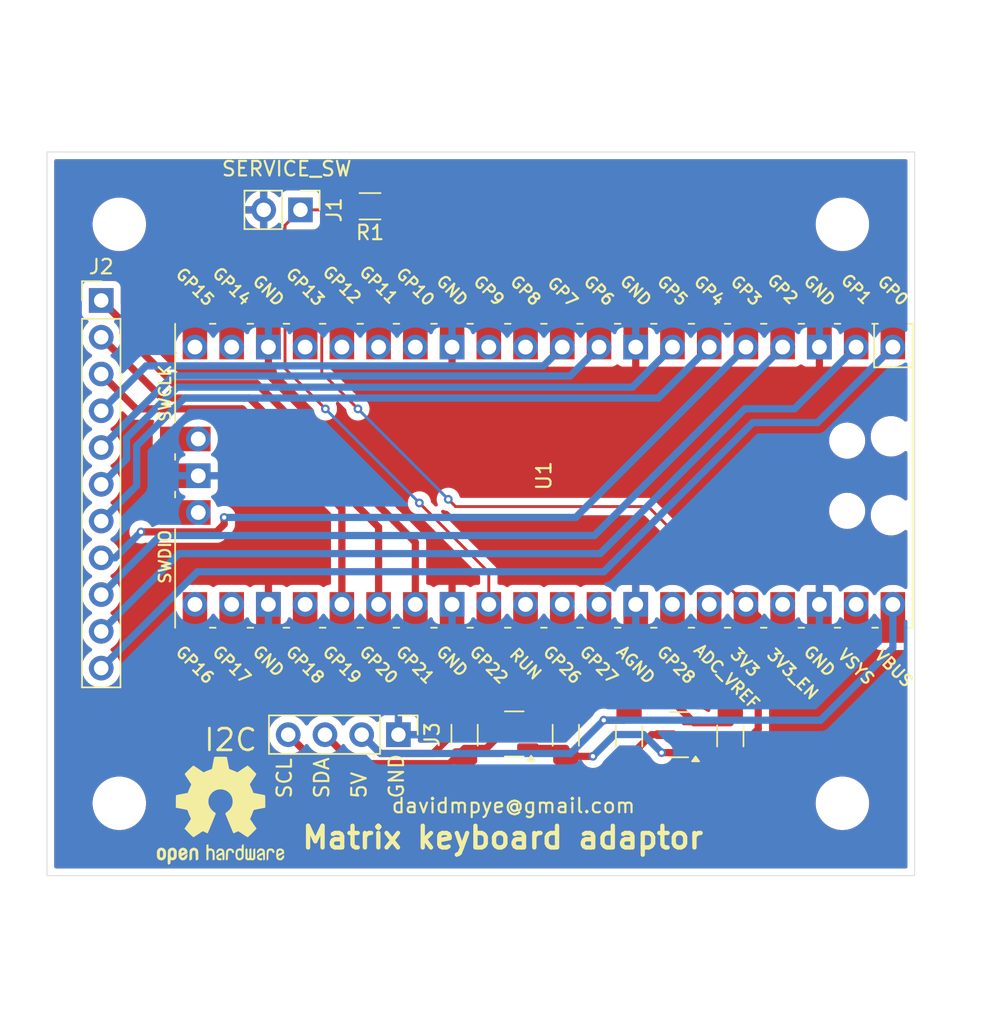
<source format=kicad_pcb>
(kicad_pcb (version 20240108) (generator "pcbnew") (generator_version "8.0")
  (layers (0 "F.Cu" signal) (31 "B.Cu" signal) (34 "B.Paste" user) (35 "F.Paste" user) (36 "B.SilkS" user "B.Silkscreen") (37 "F.SilkS" user "F.Silkscreen") (38 "B.Mask" user) (39 "F.Mask" user) (44 "Edge.Cuts" user))
  (net 0 "")
  (net 6 "SDA")
  (net 7 "Row3")
  (net 8 "Col0")
  (net 11 "Row4")
  (net 12 "Row0")
  (net 13 "Col2")
  (net 15 "Row2")
  (net 18 "Row1")
  (net 21 "SERVICE_SW")
  (net 25 "+3.3V")
  (net 26 "Row7")
  (net 28 "Col1")
  (net 29 "Row5")
  (net 31 "Row6")
  (net 33 "SCL")
  (net 34 "GND")
  (net 35 "+5V")
  (net 36 "SDA_5V")
  (net 37 "SCL_5V")
  (footprint "Package_TO_SOT_SMD:SOT-23" (layer "F.Cu") (at 112.3125 140.21 180)
    (property "Reference" "Q2" (hide yes))
    (property "Value" "BSS138")
    (pad "1" smd roundrect (at -0.9375 -0.95 180) (size 1.475 0.6) (layers "F.Cu" "F.Paste" "F.Mask") (net 25 "+3.3V"))
    (pad "2" smd roundrect (at -0.9375 0.95 180) (size 1.475 0.6) (layers "F.Cu" "F.Paste" "F.Mask") (net 6 "SDA"))
    (pad "3" smd roundrect (at 0.9375 0 180) (size 1.475 0.6) (layers "F.Cu" "F.Paste" "F.Mask") (net 36 "SDA_5V"))
  )
  (footprint "Resistor_SMD:R_1206_3216Metric" (layer "F.Cu") (at 120.25 140.3475 -90)
    (property "Reference" "R5" (hide yes))
    (property "Value" "R")
    (pad "1" smd roundrect (at -1.4625 0 270) (size 1.125 1.75) (layers "F.Cu" "F.Paste" "F.Mask") (roundrect_rratio 0.222222) (net 35 "+5V"))
    (pad "2" smd roundrect (at 1.4625 0 270) (size 1.125 1.75) (layers "F.Cu" "F.Paste" "F.Mask") (roundrect_rratio 0.222222) (net 37 "SCL_5V"))
  )
  (footprint "Resistor_SMD:R_1206_3216Metric" (layer "F.Cu") (at 102.3375 103.75 180)
    (property "Reference" "R1" (at 0 -1.82 180) (layer "F.SilkS"))
    (property "Value" "R")
    (pad "1" smd roundrect (at -1.4625 0 180) (size 1.125 1.75) (layers "F.Cu" "F.Paste" "F.Mask") (roundrect_rratio 0.222222) (net 25 "+3.3V"))
    (pad "2" smd roundrect (at 1.4625 0 180) (size 1.125 1.75) (layers "F.Cu" "F.Paste" "F.Mask") (roundrect_rratio 0.222222) (net 21 "SERVICE_SW"))
  )
  (footprint "MountingHole:MountingHole_3.2mm_M3_DIN965" (layer "F.Cu") (at 135 105)
    (property "Reference" "REF**" (hide yes))
    (property "Value" "MountingHole_3.2mm_M3_DIN965" (hide yes))
    (pad "" np_thru_hole circle (at 0 0) (size 3.2 3.2) (drill 3.2) (layers "*.Cu" "*.Mask"))
  )
  (footprint "MountingHole:MountingHole_3.2mm_M3_DIN965" (layer "F.Cu") (at 135 145)
    (property "Reference" "REF**" (hide yes))
    (property "Value" "MountingHole_3.2mm_M3_DIN965" (hide yes))
    (pad "" np_thru_hole circle (at 0 0) (size 3.2 3.2) (drill 3.2) (layers "*.Cu" "*.Mask"))
  )
  (footprint "MountingHole:MountingHole_3.2mm_M3_DIN965" (layer "F.Cu") (at 85 145)
    (property "Reference" "REF**" (hide yes))
    (property "Value" "MountingHole_3.2mm_M3_DIN965" (hide yes))
    (pad "" np_thru_hole circle (at 0 0) (size 3.2 3.2) (drill 3.2) (layers "*.Cu" "*.Mask"))
  )
  (footprint "Symbol:OSHW-Logo2_9.8x8mm_SilkScreen" (layer "F.Cu") (at 92 145.5)
    (property "Reference" "REF**" (hide yes))
    (property "Value" "OSHW-Logo2_9.8x8mm_SilkScreen" (hide yes))
  )
  (footprint "Pi:RPi_Pico_SMD_TH" (layer "F.Cu") (at 114.36 122.37 -90)
    (property "Reference" "U1" (at 0 0 90) (layer "F.SilkS"))
    (property "Value" "Pico")
    (fp_text user "SWCLK" (at -5.7 26.2 90) (layer "F.SilkS") (effects (font (size 0.8 0.8))))
    (fp_text user "3V3" (at 12.9 -13.9 135) (layer "F.SilkS") (effects (font (size 0.8 0.8))))
    (fp_text user "GP0" (at -12.8 -24.13 135) (layer "F.SilkS") (effects (font (size 0.8 0.8))))
    (fp_text user "GP4" (at -12.8 -11.43 135) (layer "F.SilkS") (effects (font (size 0.8 0.8))))
    (fp_text user "3V3_EN" (at 13.7 -17.2 135) (layer "F.SilkS") (effects (font (size 0.8 0.8))))
    (fp_text user "GND" (at 12.8 -19.05 135) (layer "F.SilkS") (effects (font (size 0.8 0.8))))
    (fp_text user "VBUS" (at 13.3 -24.2 135) (layer "F.SilkS") (effects (font (size 0.8 0.8))))
    (fp_text user "ADC_VREF" (at 13.88 -12.64 135) (layer "F.SilkS") (effects (font (size 0.8 0.8))))
    (fp_text user "RUN" (at 13 1.27 135) (layer "F.SilkS") (effects (font (size 0.8 0.8))))
    (fp_text user "GP18" (at 13.054 16.51 135) (layer "F.SilkS") (effects (font (size 0.8 0.8))))
    (fp_text user "GND" (at 12.8 19.05 135) (layer "F.SilkS") (effects (font (size 0.8 0.8))))
    (fp_text user "AGND" (at 13.054 -6.35 135) (layer "F.SilkS") (effects (font (size 0.8 0.8))))
    (fp_text user "GP19" (at 13.054 13.97 135) (layer "F.SilkS") (effects (font (size 0.8 0.8))))
    (fp_text user "GP14" (at -13.1 21.59 135) (layer "F.SilkS") (effects (font (size 0.8 0.8))))
    (fp_text user "GP6" (at -12.8 -3.81 135) (layer "F.SilkS") (effects (font (size 0.8 0.8))))
    (fp_text user "GP11" (at -13.2 11.43 135) (layer "F.SilkS") (effects (font (size 0.8 0.8))))
    (fp_text user "GP9" (at -12.8 3.81 135) (layer "F.SilkS") (effects (font (size 0.8 0.8))))
    (fp_text user "GP26" (at 13.054 -1.27 135) (layer "F.SilkS") (effects (font (size 0.8 0.8))))
    (fp_text user "GP7" (at -12.7 -1.3 135) (layer "F.SilkS") (effects (font (size 0.8 0.8))))
    (fp_text user "GP16" (at 13.054 24.13 135) (layer "F.SilkS") (effects (font (size 0.8 0.8))))
    (fp_text user "GND" (at -12.8 6.35 135) (layer "F.SilkS") (effects (font (size 0.8 0.8))))
    (fp_text user "GND" (at -12.8 -6.35 135) (layer "F.SilkS") (effects (font (size 0.8 0.8))))
    (fp_text user "SWDIO" (at 5.6 26.2 90) (layer "F.SilkS") (effects (font (size 0.8 0.8))))
    (fp_text user "GP20" (at 13.054 11.43 135) (layer "F.SilkS") (effects (font (size 0.8 0.8))))
    (fp_text user "GP8" (at -12.8 1.27 135) (layer "F.SilkS") (effects (font (size 0.8 0.8))))
    (fp_text user "GP15" (at -13.054 24.13 135) (layer "F.SilkS") (effects (font (size 0.8 0.8))))
    (fp_text user "GND" (at -12.8 19.05 135) (layer "F.SilkS") (effects (font (size 0.8 0.8))))
    (fp_text user "GP2" (at -12.9 -16.51 135) (layer "F.SilkS") (effects (font (size 0.8 0.8))))
    (fp_text user "GP21" (at 13.054 8.9 135) (layer "F.SilkS") (effects (font (size 0.8 0.8))))
    (fp_text user "VSYS" (at 13.2 -21.59 135) (layer "F.SilkS") (effects (font (size 0.8 0.8))))
    (fp_text user "GP5" (at -12.8 -8.89 135) (layer "F.SilkS") (effects (font (size 0.8 0.8))))
    (fp_text user "GP27" (at 13.054 -3.8 135) (layer "F.SilkS") (effects (font (size 0.8 0.8))))
    (fp_text user "GND" (at -12.8 -19.05 135) (layer "F.SilkS") (effects (font (size 0.8 0.8))))
    (fp_text user "GP17" (at 13.054 21.59 135) (layer "F.SilkS") (effects (font (size 0.8 0.8))))
    (fp_text user "GP13" (at -13.054 16.51 135) (layer "F.SilkS") (effects (font (size 0.8 0.8))))
    (fp_text user "GP22" (at 13.054 3.81 135) (layer "F.SilkS") (effects (font (size 0.8 0.8))))
    (fp_text user "GP1" (at -12.9 -21.6 135) (layer "F.SilkS") (effects (font (size 0.8 0.8))))
    (fp_text user "GP3" (at -12.8 -13.97 135) (layer "F.SilkS") (effects (font (size 0.8 0.8))))
    (fp_text user "GP12" (at -13.2 13.97 135) (layer "F.SilkS") (effects (font (size 0.8 0.8))))
    (fp_text user "GND" (at 12.8 6.35 135) (layer "F.SilkS") (effects (font (size 0.8 0.8))))
    (fp_text user "GP28" (at 13.054 -9.144 135) (layer "F.SilkS") (effects (font (size 0.8 0.8))))
    (fp_text user "GP10" (at -13.054 8.89 135) (layer "F.SilkS") (effects (font (size 0.8 0.8))))
    (pad "" np_thru_hole oval (at -2.725 -24 270) (size 1.8 1.8) (drill 1.8) (layers "*.Cu" "*.Mask"))
    (pad "" np_thru_hole oval (at -2.425 -20.97 270) (size 1.5 1.5) (drill 1.5) (layers "*.Cu" "*.Mask"))
    (pad "" np_thru_hole oval (at 2.425 -20.97 270) (size 1.5 1.5) (drill 1.5) (layers "*.Cu" "*.Mask"))
    (pad "" np_thru_hole oval (at 2.725 -24 270) (size 1.8 1.8) (drill 1.8) (layers "*.Cu" "*.Mask"))
    (pad "1" thru_hole oval (at -8.89 -24.13 270) (size 1.7 1.7) (drill 1.02) (layers "*.Cu" "*.Mask") (net 12 "Row0"))
    (pad "1" smd rect (at -8.89 -24.13 270) (size 3.5 1.7) (drill (offset -0.9 0)) (layers "F.Cu" "F.Mask") (net 12 "Row0"))
    (pad "2" thru_hole oval (at -8.89 -21.59 270) (size 1.7 1.7) (drill 1.02) (layers "*.Cu" "*.Mask") (net 18 "Row1"))
    (pad "2" smd rect (at -8.89 -21.59 270) (size 3.5 1.7) (drill (offset -0.9 0)) (layers "F.Cu" "F.Mask") (net 18 "Row1"))
    (pad "3" thru_hole rect (at -8.89 -19.05 270) (size 1.7 1.7) (drill 1.02) (layers "*.Cu" "*.Mask") (net 34 "GND"))
    (pad "3" smd rect (at -8.89 -19.05 270) (size 3.5 1.7) (drill (offset -0.9 0)) (layers "F.Cu" "F.Mask") (net 34 "GND"))
    (pad "4" thru_hole oval (at -8.89 -16.51 270) (size 1.7 1.7) (drill 1.02) (layers "*.Cu" "*.Mask") (net 15 "Row2"))
    (pad "4" smd rect (at -8.89 -16.51 270) (size 3.5 1.7) (drill (offset -0.9 0)) (layers "F.Cu" "F.Mask") (net 15 "Row2"))
    (pad "5" thru_hole oval (at -8.89 -13.97 270) (size 1.7 1.7) (drill 1.02) (layers "*.Cu" "*.Mask") (net 7 "Row3"))
    (pad "5" smd rect (at -8.89 -13.97 270) (size 3.5 1.7) (drill (offset -0.9 0)) (layers "F.Cu" "F.Mask") (net 7 "Row3"))
    (pad "6" thru_hole oval (at -8.89 -11.43 270) (size 1.7 1.7) (drill 1.02) (layers "*.Cu" "*.Mask") (net 11 "Row4"))
    (pad "6" smd rect (at -8.89 -11.43 270) (size 3.5 1.7) (drill (offset -0.9 0)) (layers "F.Cu" "F.Mask") (net 11 "Row4"))
    (pad "7" thru_hole oval (at -8.89 -8.89 270) (size 1.7 1.7) (drill 1.02) (layers "*.Cu" "*.Mask") (net 29 "Row5"))
    (pad "7" smd rect (at -8.89 -8.89 270) (size 3.5 1.7) (drill (offset -0.9 0)) (layers "F.Cu" "F.Mask") (net 29 "Row5"))
    (pad "8" thru_hole rect (at -8.89 -6.35 270) (size 1.7 1.7) (drill 1.02) (layers "*.Cu" "*.Mask") (net 34 "GND"))
    (pad "8" smd rect (at -8.89 -6.35 270) (size 3.5 1.7) (drill (offset -0.9 0)) (layers "F.Cu" "F.Mask") (net 34 "GND"))
    (pad "9" thru_hole oval (at -8.89 -3.81 270) (size 1.7 1.7) (drill 1.02) (layers "*.Cu" "*.Mask") (net 31 "Row6"))
    (pad "9" smd rect (at -8.89 -3.81 270) (size 3.5 1.7) (drill (offset -0.9 0)) (layers "F.Cu" "F.Mask") (net 31 "Row6"))
    (pad "10" thru_hole oval (at -8.89 -1.27 270) (size 1.7 1.7) (drill 1.02) (layers "*.Cu" "*.Mask") (net 26 "Row7"))
    (pad "10" smd rect (at -8.89 -1.27 270) (size 3.5 1.7) (drill (offset -0.9 0)) (layers "F.Cu" "F.Mask") (net 26 "Row7"))
    (pad "11" thru_hole oval (at -8.89 1.27 270) (size 1.7 1.7) (drill 1.02) (layers "*.Cu" "*.Mask"))
    (pad "11" smd rect (at -8.89 1.27 270) (size 3.5 1.7) (drill (offset -0.9 0)) (layers "F.Cu" "F.Mask"))
    (pad "12" thru_hole oval (at -8.89 3.81 270) (size 1.7 1.7) (drill 1.02) (layers "*.Cu" "*.Mask"))
    (pad "12" smd rect (at -8.89 3.81 270) (size 3.5 1.7) (drill (offset -0.9 0)) (layers "F.Cu" "F.Mask"))
    (pad "13" thru_hole rect (at -8.89 6.35 270) (size 1.7 1.7) (drill 1.02) (layers "*.Cu" "*.Mask") (net 34 "GND"))
    (pad "13" smd rect (at -8.89 6.35 270) (size 3.5 1.7) (drill (offset -0.9 0)) (layers "F.Cu" "F.Mask") (net 34 "GND"))
    (pad "14" thru_hole oval (at -8.89 8.89 270) (size 1.7 1.7) (drill 1.02) (layers "*.Cu" "*.Mask"))
    (pad "14" smd rect (at -8.89 8.89 270) (size 3.5 1.7) (drill (offset -0.9 0)) (layers "F.Cu" "F.Mask"))
    (pad "15" thru_hole oval (at -8.89 11.43 270) (size 1.7 1.7) (drill 1.02) (layers "*.Cu" "*.Mask"))
    (pad "15" smd rect (at -8.89 11.43 270) (size 3.5 1.7) (drill (offset -0.9 0)) (layers "F.Cu" "F.Mask"))
    (pad "16" thru_hole oval (at -8.89 13.97 270) (size 1.7 1.7) (drill 1.02) (layers "*.Cu" "*.Mask"))
    (pad "16" smd rect (at -8.89 13.97 270) (size 3.5 1.7) (drill (offset -0.9 0)) (layers "F.Cu" "F.Mask"))
    (pad "17" thru_hole oval (at -8.89 16.51 270) (size 1.7 1.7) (drill 1.02) (layers "*.Cu" "*.Mask"))
    (pad "17" smd rect (at -8.89 16.51 270) (size 3.5 1.7) (drill (offset -0.9 0)) (layers "F.Cu" "F.Mask"))
    (pad "18" thru_hole rect (at -8.89 19.05 270) (size 1.7 1.7) (drill 1.02) (layers "*.Cu" "*.Mask") (net 34 "GND"))
    (pad "18" smd rect (at -8.89 19.05 270) (size 3.5 1.7) (drill (offset -0.9 0)) (layers "F.Cu" "F.Mask") (net 34 "GND"))
    (pad "19" thru_hole oval (at -8.89 21.59 270) (size 1.7 1.7) (drill 1.02) (layers "*.Cu" "*.Mask"))
    (pad "19" smd rect (at -8.89 21.59 270) (size 3.5 1.7) (drill (offset -0.9 0)) (layers "F.Cu" "F.Mask"))
    (pad "20" thru_hole oval (at -8.89 24.13 270) (size 1.7 1.7) (drill 1.02) (layers "*.Cu" "*.Mask"))
    (pad "20" smd rect (at -8.89 24.13 270) (size 3.5 1.7) (drill (offset -0.9 0)) (layers "F.Cu" "F.Mask"))
    (pad "21" thru_hole oval (at 8.89 24.13 270) (size 1.7 1.7) (drill 1.02) (layers "*.Cu" "*.Mask") (net 6 "SDA"))
    (pad "21" smd rect (at 8.89 24.13 270) (size 3.5 1.7) (drill (offset 0.9 0)) (layers "F.Cu" "F.Mask") (net 6 "SDA"))
    (pad "22" thru_hole oval (at 8.89 21.59 270) (size 1.7 1.7) (drill 1.02) (layers "*.Cu" "*.Mask") (net 33 "SCL"))
    (pad "22" smd rect (at 8.89 21.59 270) (size 3.5 1.7) (drill (offset 0.9 0)) (layers "F.Cu" "F.Mask") (net 33 "SCL"))
    (pad "23" thru_hole rect (at 8.89 19.05 270) (size 1.7 1.7) (drill 1.02) (layers "*.Cu" "*.Mask") (net 34 "GND"))
    (pad "23" smd rect (at 8.89 19.05 270) (size 3.5 1.7) (drill (offset 0.9 0)) (layers "F.Cu" "F.Mask") (net 34 "GND"))
    (pad "24" thru_hole oval (at 8.89 16.51 270) (size 1.7 1.7) (drill 1.02) (layers "*.Cu" "*.Mask"))
    (pad "24" smd rect (at 8.89 16.51 270) (size 3.5 1.7) (drill (offset 0.9 0)) (layers "F.Cu" "F.Mask"))
    (pad "25" thru_hole oval (at 8.89 13.97 270) (size 1.7 1.7) (drill 1.02) (layers "*.Cu" "*.Mask") (net 8 "Col0"))
    (pad "25" smd rect (at 8.89 13.97 270) (size 3.5 1.7) (drill (offset 0.9 0)) (layers "F.Cu" "F.Mask") (net 8 "Col0"))
    (pad "26" thru_hole oval (at 8.89 11.43 270) (size 1.7 1.7) (drill 1.02) (layers "*.Cu" "*.Mask") (net 28 "Col1"))
    (pad "26" smd rect (at 8.89 11.43 270) (size 3.5 1.7) (drill (offset 0.9 0)) (layers "F.Cu" "F.Mask") (net 28 "Col1"))
    (pad "27" thru_hole oval (at 8.89 8.89 270) (size 1.7 1.7) (drill 1.02) (layers "*.Cu" "*.Mask") (net 13 "Col2"))
    (pad "27" smd rect (at 8.89 8.89 270) (size 3.5 1.7) (drill (offset 0.9 0)) (layers "F.Cu" "F.Mask") (net 13 "Col2"))
    (pad "28" thru_hole rect (at 8.89 6.35 270) (size 1.7 1.7) (drill 1.02) (layers "*.Cu" "*.Mask") (net 34 "GND"))
    (pad "28" smd rect (at 8.89 6.35 270) (size 3.5 1.7) (drill (offset 0.9 0)) (layers "F.Cu" "F.Mask") (net 34 "GND"))
    (pad "29" thru_hole oval (at 8.89 3.81 270) (size 1.7 1.7) (drill 1.02) (layers "*.Cu" "*.Mask") (net 21 "SERVICE_SW"))
    (pad "29" smd rect (at 8.89 3.81 270) (size 3.5 1.7) (drill (offset 0.9 0)) (layers "F.Cu" "F.Mask") (net 21 "SERVICE_SW"))
    (pad "30" thru_hole oval (at 8.89 1.27 270) (size 1.7 1.7) (drill 1.02) (layers "*.Cu" "*.Mask"))
    (pad "30" smd rect (at 8.89 1.27 270) (size 3.5 1.7) (drill (offset 0.9 0)) (layers "F.Cu" "F.Mask"))
    (pad "31" thru_hole oval (at 8.89 -1.27 270) (size 1.7 1.7) (drill 1.02) (layers "*.Cu" "*.Mask"))
    (pad "31" smd rect (at 8.89 -1.27 270) (size 3.5 1.7) (drill (offset 0.9 0)) (layers "F.Cu" "F.Mask"))
    (pad "32" thru_hole oval (at 8.89 -3.81 270) (size 1.7 1.7) (drill 1.02) (layers "*.Cu" "*.Mask"))
    (pad "32" smd rect (at 8.89 -3.81 270) (size 3.5 1.7) (drill (offset 0.9 0)) (layers "F.Cu" "F.Mask"))
    (pad "33" thru_hole rect (at 8.89 -6.35 270) (size 1.7 1.7) (drill 1.02) (layers "*.Cu" "*.Mask") (net 34 "GND"))
    (pad "33" smd rect (at 8.89 -6.35 270) (size 3.5 1.7) (drill (offset 0.9 0)) (layers "F.Cu" "F.Mask") (net 34 "GND"))
    (pad "34" thru_hole oval (at 8.89 -8.89 270) (size 1.7 1.7) (drill 1.02) (layers "*.Cu" "*.Mask"))
    (pad "34" smd rect (at 8.89 -8.89 270) (size 3.5 1.7) (drill (offset 0.9 0)) (layers "F.Cu" "F.Mask"))
    (pad "35" thru_hole oval (at 8.89 -11.43 270) (size 1.7 1.7) (drill 1.02) (layers "*.Cu" "*.Mask"))
    (pad "35" smd rect (at 8.89 -11.43 270) (size 3.5 1.7) (drill (offset 0.9 0)) (layers "F.Cu" "F.Mask"))
    (pad "36" thru_hole oval (at 8.89 -13.97 270) (size 1.7 1.7) (drill 1.02) (layers "*.Cu" "*.Mask") (net 25 "+3.3V"))
    (pad "36" smd rect (at 8.89 -13.97 270) (size 3.5 1.7) (drill (offset 0.9 0)) (layers "F.Cu" "F.Mask") (net 25 "+3.3V"))
    (pad "37" thru_hole oval (at 8.89 -16.51 270) (size 1.7 1.7) (drill 1.02) (layers "*.Cu" "*.Mask"))
    (pad "37" smd rect (at 8.89 -16.51 270) (size 3.5 1.7) (drill (offset 0.9 0)) (layers "F.Cu" "F.Mask"))
    (pad "38" thru_hole rect (at 8.89 -19.05 270) (size 1.7 1.7) (drill 1.02) (layers "*.Cu" "*.Mask") (net 34 "GND"))
    (pad "38" smd rect (at 8.89 -19.05 270) (size 3.5 1.7) (drill (offset 0.9 0)) (layers "F.Cu" "F.Mask") (net 34 "GND"))
    (pad "39" thru_hole oval (at 8.89 -21.59 270) (size 1.7 1.7) (drill 1.02) (layers "*.Cu" "*.Mask"))
    (pad "39" smd rect (at 8.89 -21.59 270) (size 3.5 1.7) (drill (offset 0.9 0)) (layers "F.Cu" "F.Mask"))
    (pad "40" thru_hole oval (at 8.89 -24.13 270) (size 1.7 1.7) (drill 1.02) (layers "*.Cu" "*.Mask") (net 35 "+5V"))
    (pad "40" smd rect (at 8.89 -24.13 270) (size 3.5 1.7) (drill (offset 0.9 0)) (layers "F.Cu" "F.Mask") (net 35 "+5V"))
    (pad "41" thru_hole oval (at -2.54 23.9 270) (size 1.7 1.7) (drill 1.02) (layers "*.Cu" "*.Mask"))
    (pad "41" smd rect (at -2.54 23.9) (size 3.5 1.7) (drill (offset -0.9 0)) (layers "F.Cu" "F.Mask"))
    (pad "42" thru_hole rect (at 0 23.9 270) (size 1.7 1.7) (drill 1.02) (layers "*.Cu" "*.Mask") (net 34 "GND"))
    (pad "42" smd rect (at 0 23.9) (size 3.5 1.7) (drill (offset -0.9 0)) (layers "F.Cu" "F.Mask") (net 34 "GND"))
    (pad "43" thru_hole oval (at 2.54 23.9 270) (size 1.7 1.7) (drill 1.02) (layers "*.Cu" "*.Mask"))
    (pad "43" smd rect (at 2.54 23.9) (size 3.5 1.7) (drill (offset -0.9 0)) (layers "F.Cu" "F.Mask"))
  )
  (footprint "Connector_PinHeader_2.54mm:PinHeader_1x11_P2.54mm_Vertical" (layer "F.Cu") (at 83.75 110.26)
    (property "Reference" "J2" (at 0 -2.33 0) (layer "F.SilkS"))
    (property "Value" "Conn_01x11")
    (pad "1" thru_hole rect (at 0 0) (size 1.7 1.7) (drill 1) (layers "*.Cu" "*.Mask") (net 13 "Col2"))
    (pad "2" thru_hole oval (at 0 2.54) (size 1.7 1.7) (drill 1) (layers "*.Cu" "*.Mask") (net 28 "Col1"))
    (pad "3" thru_hole oval (at 0 5.08) (size 1.7 1.7) (drill 1) (layers "*.Cu" "*.Mask") (net 8 "Col0"))
    (pad "4" thru_hole oval (at 0 7.62) (size 1.7 1.7) (drill 1) (layers "*.Cu" "*.Mask") (net 26 "Row7"))
    (pad "5" thru_hole oval (at 0 10.16) (size 1.7 1.7) (drill 1) (layers "*.Cu" "*.Mask") (net 31 "Row6"))
    (pad "6" thru_hole oval (at 0 12.7) (size 1.7 1.7) (drill 1) (layers "*.Cu" "*.Mask") (net 29 "Row5"))
    (pad "7" thru_hole oval (at 0 15.24) (size 1.7 1.7) (drill 1) (layers "*.Cu" "*.Mask") (net 11 "Row4"))
    (pad "8" thru_hole oval (at 0 17.78) (size 1.7 1.7) (drill 1) (layers "*.Cu" "*.Mask") (net 7 "Row3"))
    (pad "9" thru_hole oval (at 0 20.32) (size 1.7 1.7) (drill 1) (layers "*.Cu" "*.Mask") (net 15 "Row2"))
    (pad "10" thru_hole oval (at 0 22.86) (size 1.7 1.7) (drill 1) (layers "*.Cu" "*.Mask") (net 18 "Row1"))
    (pad "11" thru_hole oval (at 0 25.4) (size 1.7 1.7) (drill 1) (layers "*.Cu" "*.Mask") (net 12 "Row0"))
  )
  (footprint "Resistor_SMD:R_1206_3216Metric" (layer "F.Cu") (at 108.875 140.2975 -90)
    (property "Reference" "R7" (hide yes))
    (property "Value" "R")
    (pad "1" smd roundrect (at -1.4625 0 270) (size 1.125 1.75) (layers "F.Cu" "F.Paste" "F.Mask") (roundrect_rratio 0.222222) (net 35 "+5V"))
    (pad "2" smd roundrect (at 1.4625 0 270) (size 1.125 1.75) (layers "F.Cu" "F.Paste" "F.Mask") (roundrect_rratio 0.222222) (net 36 "SDA_5V"))
  )
  (footprint "Package_TO_SOT_SMD:SOT-23" (layer "F.Cu") (at 123.6875 140.26 180)
    (property "Reference" "Q1" (hide yes))
    (property "Value" "BSS138")
    (pad "1" smd roundrect (at -0.9375 -0.95 180) (size 1.475 0.6) (layers "F.Cu" "F.Paste" "F.Mask") (net 25 "+3.3V"))
    (pad "2" smd roundrect (at -0.9375 0.95 180) (size 1.475 0.6) (layers "F.Cu" "F.Paste" "F.Mask") (net 33 "SCL"))
    (pad "3" smd roundrect (at 0.9375 0 180) (size 1.475 0.6) (layers "F.Cu" "F.Paste" "F.Mask") (net 37 "SCL_5V"))
  )
  (footprint "Connector_PinHeader_2.54mm:PinHeader_1x04_P2.54mm_Vertical" (layer "F.Cu") (at 104.3 140.26 -90)
    (property "Reference" "J3" (at 0 -2.33 90) (layer "F.SilkS"))
    (property "Value" "Conn_01x04_Pin")
    (pad "1" thru_hole rect (at 0 0 270) (size 1.7 1.7) (drill 1) (layers "*.Cu" "*.Mask") (net 34 "GND"))
    (pad "2" thru_hole oval (at 0 2.54 270) (size 1.7 1.7) (drill 1) (layers "*.Cu" "*.Mask") (net 35 "+5V"))
    (pad "3" thru_hole oval (at 0 5.08 270) (size 1.7 1.7) (drill 1) (layers "*.Cu" "*.Mask") (net 36 "SDA_5V"))
    (pad "4" thru_hole oval (at 0 7.62 270) (size 1.7 1.7) (drill 1) (layers "*.Cu" "*.Mask") (net 37 "SCL_5V"))
  )
  (footprint "Connector_PinHeader_2.54mm:PinHeader_1x02_P2.54mm_Vertical" (layer "F.Cu") (at 97.525 104 -90)
    (property "Reference" "J1" (at 0 -2.33 90) (layer "F.SilkS"))
    (property "Value" "ServiceSwitch" (hide yes))
    (pad "1" thru_hole rect (at 0 0 270) (size 1.7 1.7) (drill 1) (layers "*.Cu" "*.Mask") (net 21 "SERVICE_SW"))
    (pad "2" thru_hole oval (at 0 2.54 270) (size 1.7 1.7) (drill 1) (layers "*.Cu" "*.Mask") (net 34 "GND"))
  )
  (footprint "MountingHole:MountingHole_3.2mm_M3_DIN965" (layer "F.Cu") (at 85 105)
    (property "Reference" "REF**" (hide yes))
    (property "Value" "MountingHole_3.2mm_M3_DIN965" (hide yes))
    (pad "" np_thru_hole circle (at 0 0) (size 3.2 3.2) (drill 3.2) (layers "*.Cu" "*.Mask"))
  )
  (footprint "Resistor_SMD:R_1206_3216Metric" (layer "F.Cu") (at 127.25 140.3475 -90)
    (property "Reference" "R4" (hide yes))
    (property "Value" "R")
    (pad "1" smd roundrect (at -1.4625 0 270) (size 1.125 1.75) (layers "F.Cu" "F.Paste" "F.Mask") (roundrect_rratio 0.222222) (net 33 "SCL"))
    (pad "2" smd roundrect (at 1.4625 0 270) (size 1.125 1.75) (layers "F.Cu" "F.Paste" "F.Mask") (roundrect_rratio 0.222222) (net 25 "+3.3V"))
  )
  (footprint "Resistor_SMD:R_1206_3216Metric" (layer "F.Cu") (at 115.875 140.2975 -90)
    (property "Reference" "R6" (hide yes))
    (property "Value" "R")
    (pad "1" smd roundrect (at -1.4625 0 270) (size 1.125 1.75) (layers "F.Cu" "F.Paste" "F.Mask") (roundrect_rratio 0.222222) (net 6 "SDA"))
    (pad "2" smd roundrect (at 1.4625 0 270) (size 1.125 1.75) (layers "F.Cu" "F.Paste" "F.Mask") (roundrect_rratio 0.222222) (net 25 "+3.3V"))
  )
  (gr_rect (start 80 100) (end 140 150) (stroke (width 0.05)) (fill none) (layer "Edge.Cuts"))
  (gr_text "SERVICE_SW" (at 92 101.75 0) (layer "F.SilkS") (effects (font (size 1 1)) (justify left bottom)))
  (gr_text "SDA" (at 99.583333 144.75 90) (layer "F.SilkS") (effects (font (size 1 1)) (justify left bottom)))
  (gr_text "5V" (at 102.166666 144.75 90) (layer "F.SilkS") (effects (font (size 1 1)) (justify left bottom)))
  (gr_text "SCL" (at 97 144.75 90) (layer "F.SilkS") (effects (font (size 1 1)) (justify left bottom)))
  (gr_text "GND\n" (at 104.75 144.75 90) (layer "F.SilkS") (effects (font (size 1 1)) (justify left bottom)))
  (gr_text "davidmpye@gmail.com" (at 103.75 145.75 0) (layer "F.SilkS") (effects (font (size 1 1)) (justify left bottom)))
  (gr_text "I2C" (at 90.75 141.5 0) (layer "F.SilkS") (effects (font (size 1.5 1.5) (thickness 0.1875)) (justify left bottom)))
  (gr_text "Matrix keyboard adaptor" (at 97.5 148.25 0) (layer "F.SilkS") (effects (font (size 1.5 1.5) (thickness 0.3) (bold yes)) (justify left bottom)))
  (segment (start 90.23 131.26) (end 90.23 133.12) (width 0.5) (layer "F.Cu") (net 6))
  (segment (start 111.8125 137.8225) (end 94.9325 137.8225) (width 0.5) (layer "F.Cu") (net 6))
  (segment (start 113.25 139.26) (end 115.75 139.26) (width 0.5) (layer "F.Cu") (net 6))
  (segment (start 94.9325 137.8225) (end 94.43 137.32) (width 0.5) (layer "F.Cu") (net 6))
  (segment (start 90.23 133.12) (end 94.43 137.32) (width 0.5) (layer "F.Cu") (net 6))
  (segment (start 113.25 139.26) (end 111.8125 137.8225) (width 0.5) (layer "F.Cu") (net 6))
  (segment (start 91.72 126.25) (end 92.25 125.72) (width 0.5) (layer "F.Cu") (net 7))
  (segment (start 86.5 126.25) (end 91.72 126.25) (width 0.5) (layer "F.Cu") (net 7))
  (segment (start 92.25 125.72) (end 92.25 125.25) (width 0.5) (layer "F.Cu") (net 7))
  (via (at 92.25 125.25) (size 0.6) (drill 0.3) (layers "F.Cu" "B.Cu") (net 7))
  (via (at 86.5 126.25) (size 0.6) (drill 0.3) (layers "F.Cu" "B.Cu") (net 7))
  (segment (start 83.75 128.04) (end 84.71 128.04) (width 0.5) (layer "B.Cu") (net 7))
  (segment (start 116.56 125.25) (end 92.25 125.25) (width 0.5) (layer "B.Cu") (net 7))
  (segment (start 84.71 128.04) (end 86.5 126.25) (width 0.5) (layer "B.Cu") (net 7))
  (segment (start 128.33 113.48) (end 116.56 125.25) (width 0.5) (layer "B.Cu") (net 7))
  (segment (start 93.5 117.75) (end 86.16 117.75) (width 0.5) (layer "F.Cu") (net 8))
  (segment (start 100.39 131.26) (end 100.39 125.75) (width 0.5) (layer "F.Cu") (net 8))
  (segment (start 86.16 117.75) (end 83.75 115.34) (width 0.5) (layer "F.Cu") (net 8))
  (segment (start 100.39 125.75) (end 100.39 124.64) (width 0.5) (layer "F.Cu") (net 8))
  (segment (start 100.39 124.64) (end 93.5 117.75) (width 0.5) (layer "F.Cu") (net 8))
  (segment (start 86.2 123.05) (end 86.2 120.3) (width 0.5) (layer "B.Cu") (net 11))
  (segment (start 83.75 125.5) (end 86.2 123.05) (width 0.5) (layer "B.Cu") (net 11))
  (segment (start 86.2 120.3) (end 89.5 117) (width 0.5) (layer "B.Cu") (net 11))
  (segment (start 89.5 117) (end 122.27 117) (width 0.5) (layer "B.Cu") (net 11))
  (segment (start 122.27 117) (end 125.79 113.48) (width 0.5) (layer "B.Cu") (net 11))
  (segment (start 83.75 135.66) (end 90.41 129) (width 0.5) (layer "B.Cu") (net 12))
  (segment (start 90.41 129) (end 118.5 129) (width 0.5) (layer "B.Cu") (net 12))
  (segment (start 133.275 118.695) (end 138.49 113.48) (width 0.5) (layer "B.Cu") (net 12))
  (segment (start 128.805 118.695) (end 133.275 118.695) (width 0.5) (layer "B.Cu") (net 12))
  (segment (start 118.5 129) (end 128.805 118.695) (width 0.5) (layer "B.Cu") (net 12))
  (segment (start 94.5 116) (end 105.47 126.97) (width 0.5) (layer "F.Cu") (net 13))
  (segment (start 85.25 111.76) (end 85.25 112.5) (width 0.5) (layer "F.Cu") (net 13))
  (segment (start 88.75 116) (end 94.5 116) (width 0.5) (layer "F.Cu") (net 13))
  (segment (start 105.47 126.97) (end 105.47 131.26) (width 0.5) (layer "F.Cu") (net 13))
  (segment (start 85.25 112.5) (end 88.75 116) (width 0.5) (layer "F.Cu") (net 13))
  (segment (start 83.75 110.26) (end 85.25 111.76) (width 0.5) (layer "F.Cu") (net 13))
  (segment (start 83.75 130.58) (end 87.83 126.5) (width 0.5) (layer "B.Cu") (net 15))
  (segment (start 117.85 126.5) (end 130.87 113.48) (width 0.5) (layer "B.Cu") (net 15))
  (segment (start 87.83 126.5) (end 117.85 126.5) (width 0.5) (layer "B.Cu") (net 15))
  (segment (start 89.12 127.75) (end 118.25 127.75) (width 0.5) (layer "B.Cu") (net 18))
  (segment (start 118.25 127.75) (end 128.259975 117.740025) (width 0.5) (layer "B.Cu") (net 18))
  (segment (start 135.95 113.48) (end 131.689975 117.740025) (width 0.5) (layer "B.Cu") (net 18))
  (segment (start 83.75 133.12) (end 89.12 127.75) (width 0.5) (layer "B.Cu") (net 18))
  (segment (start 131.689975 117.740025) (end 128.259975 117.740025) (width 0.5) (layer "B.Cu") (net 18))
  (segment (start 110.55 129.05) (end 110.55 131.26) (width 0.2) (layer "F.Cu") (net 21))
  (segment (start 97.525 104) (end 96.46 105.065) (width 0.2) (layer "F.Cu") (net 21))
  (segment (start 100.625 104) (end 100.875 103.75) (width 0.2) (layer "F.Cu") (net 21))
  (segment (start 105.75 124.25) (end 110.55 129.05) (width 0.2) (layer "F.Cu") (net 21))
  (segment (start 96.46 105.065) (end 96.46 114.96) (width 0.2) (layer "F.Cu") (net 21))
  (segment (start 96.46 114.96) (end 99.25 117.75) (width 0.2) (layer "F.Cu") (net 21))
  (segment (start 97.525 104) (end 100.625 104) (width 0.2) (layer "F.Cu") (net 21))
  (via (at 105.75 124.25) (size 0.6) (drill 0.3) (layers "F.Cu" "B.Cu") (net 21))
  (via (at 99.25 117.75) (size 0.6) (drill 0.3) (layers "F.Cu" "B.Cu") (net 21))
  (segment (start 99.25 117.75) (end 105.75 124.25) (width 0.2) (layer "B.Cu") (net 21))
  (segment (start 108.25 124.5) (end 107.75 124) (width 0.2) (layer "F.Cu") (net 25))
  (segment (start 128.33 133.42) (end 128.33 131.26) (width 0.5) (layer "F.Cu") (net 25))
  (segment (start 113.3 141.21) (end 113.25 141.16) (width 0.5) (layer "F.Cu") (net 25))
  (segment (start 115.875 141.76) (end 117.74 141.76) (width 0.5) (layer "F.Cu") (net 25))
  (segment (start 103.8 103.75) (end 99 108.55) (width 0.2) (layer "F.Cu") (net 25))
  (segment (start 99 115.25) (end 99 108.75) (width 0.2) (layer "F.Cu") (net 25))
  (segment (start 99 115.25) (end 101.5 117.75) (width 0.2) (layer "F.Cu") (net 25))
  (segment (start 124.625 141.21) (end 127.2 141.21) (width 0.5) (layer "F.Cu") (net 25))
  (segment (start 99 108.55) (end 99 108.75) (width 0.2) (layer "F.Cu") (net 25))
  (segment (start 128.33 131.26) (end 128.33 133) (width 0.5) (layer "F.Cu") (net 25))
  (segment (start 127.2 141.21) (end 127.25 141.26) (width 0.5) (layer "F.Cu") (net 25))
  (segment (start 122.5 141.5) (end 124.335 141.5) (width 0.5) (layer "F.Cu") (net 25))
  (segment (start 129.18 132.11) (end 128.33 131.26) (width 0.5) (layer "F.Cu") (net 25))
  (segment (start 129.18 139.88) (end 129.18 132.11) (width 0.5) (layer "F.Cu") (net 25))
  (segment (start 117.74 141.76) (end 117.75 141.75) (width 0.5) (layer "F.Cu") (net 25))
  (segment (start 128.33 133) (end 128.4 133.07) (width 0.5) (layer "F.Cu") (net 25))
  (segment (start 115.875 141.21) (end 113.3 141.21) (width 0.5) (layer "F.Cu") (net 25))
  (segment (start 128.33 131.26) (end 121.57 124.5) (width 0.2) (layer "F.Cu") (net 25))
  (segment (start 127.25 141.81) (end 129.18 139.88) (width 0.5) (layer "F.Cu") (net 25))
  (segment (start 121.57 124.5) (end 108.25 124.5) (width 0.2) (layer "F.Cu") (net 25))
  (segment (start 124.335 141.5) (end 124.625 141.21) (width 0.5) (layer "F.Cu") (net 25))
  (via (at 117.75 141.75) (size 0.6) (drill 0.3) (layers "F.Cu" "B.Cu") (net 25))
  (via (at 107.75 124) (size 0.6) (drill 0.3) (layers "F.Cu" "B.Cu") (net 25))
  (via (at 122.5 141.5) (size 0.6) (drill 0.3) (layers "F.Cu" "B.Cu") (net 25))
  (via (at 101.5 117.75) (size 0.6) (drill 0.3) (layers "F.Cu" "B.Cu") (net 25))
  (segment (start 119.25 140.25) (end 117.75 141.75) (width 0.5) (layer "B.Cu") (net 25))
  (segment (start 122.5 141.5) (end 121.25 140.25) (width 0.5) (layer "B.Cu") (net 25))
  (segment (start 101.5 117.75) (end 107.75 124) (width 0.2) (layer "B.Cu") (net 25))
  (segment (start 121.25 140.25) (end 119.25 140.25) (width 0.5) (layer "B.Cu") (net 25))
  (segment (start 114.33 114.78) (end 115.63 113.48) (width 0.5) (layer "B.Cu") (net 26))
  (segment (start 83.75 117.88) (end 86.85 114.78) (width 0.5) (layer "B.Cu") (net 26))
  (segment (start 86.85 114.78) (end 114.33 114.78) (width 0.5) (layer "B.Cu") (net 26))
  (segment (start 102.93 131.26) (end 102.93 125.93) (width 0.5) (layer "F.Cu") (net 28))
  (segment (start 102.93 125.93) (end 94 117) (width 0.5) (layer "F.Cu") (net 28))
  (segment (start 94 117) (end 87.95 117) (width 0.5) (layer "F.Cu") (net 28))
  (segment (start 87.95 117) (end 83.75 112.8) (width 0.5) (layer "F.Cu") (net 28))
  (segment (start 123.25 113.48) (end 120.48 116.25) (width 0.5) (layer "B.Cu") (net 29))
  (segment (start 89 116.25) (end 85.5 119.75) (width 0.5) (layer "B.Cu") (net 29))
  (segment (start 120.48 116.25) (end 89 116.25) (width 0.5) (layer "B.Cu") (net 29))
  (segment (start 85.5 119.75) (end 85.5 121.21) (width 0.5) (layer "B.Cu") (net 29))
  (segment (start 85.5 121.21) (end 83.75 122.96) (width 0.5) (layer "B.Cu") (net 29))
  (segment (start 83.75 120.42) (end 88.69 115.48) (width 0.5) (layer "B.Cu") (net 31))
  (segment (start 88.69 115.48) (end 116.17 115.48) (width 0.5) (layer "B.Cu") (net 31))
  (segment (start 116.17 115.48) (end 118.17 113.48) (width 0.5) (layer "B.Cu") (net 31))
  (segment (start 127.25 139.435) (end 124.75 139.435) (width 0.5) (layer "F.Cu") (net 33))
  (segment (start 92.77 131.26) (end 92.77 133.12) (width 0.5) (layer "F.Cu") (net 33))
  (segment (start 124.625 139.31) (end 121.115 135.8) (width 0.5) (layer "F.Cu") (net 33))
  (segment (start 92.77 133.12) (end 95.45 135.8) (width 0.5) (layer "F.Cu") (net 33))
  (segment (start 124.75 139.435) (end 124.625 139.31) (width 0.5) (layer "F.Cu") (net 33))
  (segment (start 121.115 135.8) (end 95.45 135.8) (width 0.5) (layer "F.Cu") (net 33))
  (segment (start 103.06 141.56) (end 106.7 141.56) (width 0.5) (layer "F.Cu") (net 35))
  (segment (start 101.76 140.26) (end 103.06 141.56) (width 0.5) (layer "F.Cu") (net 35))
  (segment (start 119.875 139.26) (end 120.25 138.885) (width 0.5) (layer "F.Cu") (net 35))
  (segment (start 118.5 139.26) (end 119.875 139.26) (width 0.5) (layer "F.Cu") (net 35))
  (segment (start 106.7 141.56) (end 108.875 139.385) (width 0.5) (layer "F.Cu") (net 35))
  (via (at 118.5 139.26) (size 0.6) (drill 0.3) (layers "F.Cu" "B.Cu") (net 35))
  (segment (start 103.06 141.56) (end 116.2 141.56) (width 0.5) (layer "B.Cu") (net 35))
  (segment (start 138.49 134.26) (end 138.49 131.26) (width 0.5) (layer "B.Cu") (net 35))
  (segment (start 101.76 140.26) (end 103.06 141.56) (width 0.5) (layer "B.Cu") (net 35))
  (segment (start 116.2 141.56) (end 118.5 139.26) (width 0.5) (layer "B.Cu") (net 35))
  (segment (start 118.5 139.26) (end 133.49 139.26) (width 0.5) (layer "B.Cu") (net 35))
  (segment (start 133.49 139.26) (end 138.49 134.26) (width 0.5) (layer "B.Cu") (net 35))
  (segment (start 110.375 141.21) (end 111.375 140.21) (width 0.5) (layer "F.Cu") (net 36))
  (segment (start 108.875 141.21) (end 110.375 141.21) (width 0.5) (layer "F.Cu") (net 36))
  (segment (start 101.22 142.26) (end 99.22 140.26) (width 0.5) (layer "F.Cu") (net 36))
  (segment (start 108.875 141.21) (end 107.825 142.26) (width 0.5) (layer "F.Cu") (net 36))
  (segment (start 107.825 142.26) (end 101.22 142.26) (width 0.5) (layer "F.Cu") (net 36))
  (segment (start 120.25 141.81) (end 120.19 141.81) (width 0.5) (layer "F.Cu") (net 37))
  (segment (start 119.04 142.96) (end 113.5 142.96) (width 0.5) (layer "F.Cu") (net 37))
  (segment (start 96.68 140.26) (end 99.38 142.96) (width 0.5) (layer "F.Cu") (net 37))
  (segment (start 99.38 142.96) (end 113.5 142.96) (width 0.5) (layer "F.Cu") (net 37))
  (segment (start 120.19 141.81) (end 119.04 142.96) (width 0.5) (layer "F.Cu") (net 37))
  (segment (start 122.75 140.26) (end 121.8 140.26) (width 0.5) (layer "F.Cu") (net 37))
  (segment (start 121.8 140.26) (end 120.25 141.81) (width 0.5) (layer "F.Cu") (net 37))
  (zone (net 34) (net_name "GND") (layers "F&B.Cu") (connect_pads (clearance 0.5)) (min_thickness 0.25) (fill yes (thermal_gap 0.5) (thermal_bridge_width 0.5))
    (polygon (pts (xy 76.75 89.5) (xy 144 91.25) (xy 145 160.25) (xy 77 159.75)))
  )
)
</source>
